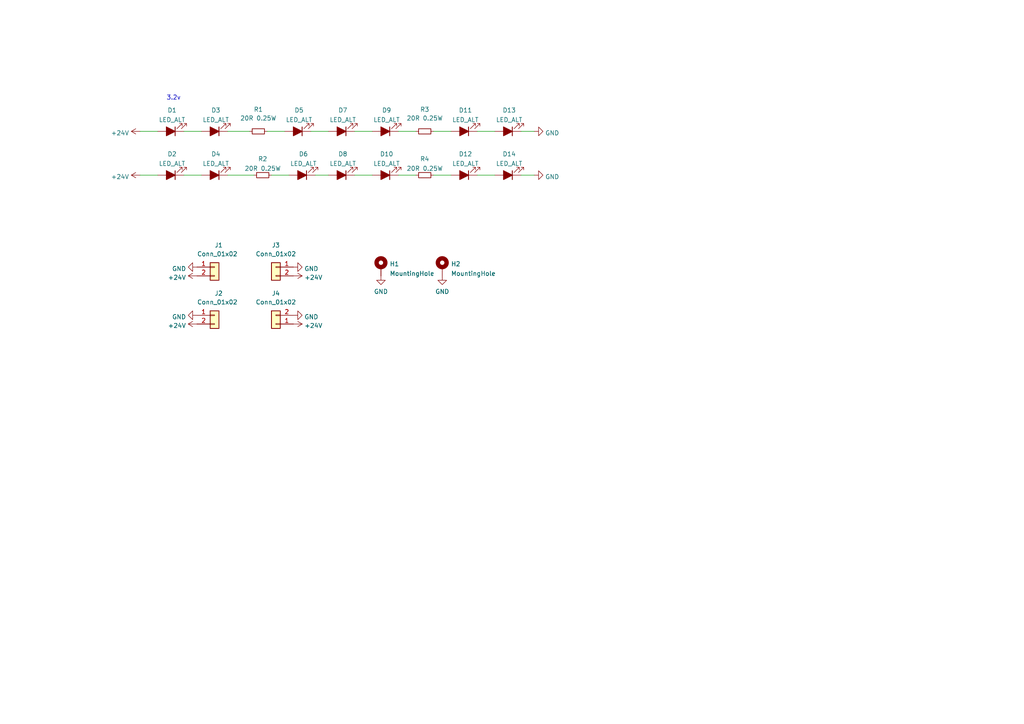
<source format=kicad_sch>
(kicad_sch (version 20211123) (generator eeschema)
  (paper "A4")
  (lib_symbols
    (symbol "Connector_Generic:Conn_01x02" (pin_names (offset 1.016) hide)
      (property "Reference" "J" (at 0 2.54 0))
      (property "Value" "Conn_01x02" (at 0 -5.08 0))
      (symbol "Conn_01x02_1_1"
        (rectangle (start -1.27 -2.413) (end 0 -2.667) (stroke (width 0.1524)))
        (rectangle (start -1.27 0.127) (end 0 -0.127) (stroke (width 0.1524)))
        (rectangle (start -1.27 1.27) (end 1.27 -3.81) (stroke (width 0.254)) (fill (type background)))
        (pin passive line (at -5.08 0 0) (length 3.81) (name "Pin_1") (number "1"))
        (pin passive line (at -5.08 -2.54 0) (length 3.81) (name "Pin_2") (number "2"))
      )
    )
    (symbol "Device:LED_ALT" (pin_numbers hide) (pin_names (offset 1.016) hide)
      (property "Reference" "D" (at 0 2.54 0))
      (property "Value" "LED_ALT" (at 0 -2.54 0))
      (symbol "LED_ALT_0_1"
        (polyline (pts (xy -1.27 -1.27) (xy -1.27 1.27)) (stroke (width 0.254)))
        (polyline (pts (xy -1.27 0) (xy 1.27 0)))
        (polyline (pts (xy 1.27 -1.27) (xy 1.27 1.27) (xy -1.27 0) (xy 1.27 -1.27)) (stroke (width 0.254)) (fill (type outline)))
        (polyline (pts (xy -3.048 -0.762) (xy -4.572 -2.286) (xy -3.81 -2.286) (xy -4.572 -2.286) (xy -4.572 -1.524)))
        (polyline (pts (xy -1.778 -0.762) (xy -3.302 -2.286) (xy -2.54 -2.286) (xy -3.302 -2.286) (xy -3.302 -1.524)))
      )
      (symbol "LED_ALT_1_1"
        (pin passive line (at -3.81 0 0) (length 2.54) (name "K") (number "1"))
        (pin passive line (at 3.81 0 180) (length 2.54) (name "A") (number "2"))
      )
    )
    (symbol "Device:R_Small" (pin_numbers hide) (pin_names (offset 0.254) hide)
      (property "Reference" "R" (at 0.762 0.508 0))
      (property "Value" "R_Small" (at 0.762 -1.016 0))
      (symbol "R_Small_0_1"
        (rectangle (start -0.762 1.778) (end 0.762 -1.778) (stroke (width 0.2032)))
      )
      (symbol "R_Small_1_1"
        (pin passive line (at 0 2.54 270) (length 0.762) (name "~") (number "1"))
        (pin passive line (at 0 -2.54 90) (length 0.762) (name "~") (number "2"))
      )
    )
    (symbol "Mechanical:MountingHole_Pad" (pin_numbers hide) (pin_names (offset 1.016) hide)
      (property "Reference" "H" (at 0 6.35 0))
      (property "Value" "MountingHole_Pad" (at 0 4.445 0))
      (symbol "MountingHole_Pad_0_1"
        (circle (center 0 1.27) (radius 1.27) (stroke (width 1.27)))
      )
      (symbol "MountingHole_Pad_1_1"
        (pin input line (at 0 -2.54 90) (length 2.54) (name "1") (number "1"))
      )
    )
    (symbol "power:+24V" (power) (pin_names (offset 0))
      (property "Value" "+24V" (at 0 3.556 0))
      (symbol "+24V_0_1"
        (polyline (pts (xy -0.762 1.27) (xy 0 2.54)))
        (polyline (pts (xy 0 0) (xy 0 2.54)))
        (polyline (pts (xy 0 2.54) (xy 0.762 1.27)))
      )
      (symbol "+24V_1_1"
        (pin power_in line (at 0 0 90) (length 0) hide (name "+24V") (number "1"))
      )
    )
    (symbol "power:GND" (power) (pin_names (offset 0))
      (property "Value" "GND" (at 0 -3.81 0))
      (symbol "GND_0_1"
        (polyline (pts (xy 0 0) (xy 0 -1.27) (xy 1.27 -1.27) (xy 0 -2.54) (xy -1.27 -1.27) (xy 0 -1.27)))
      )
      (symbol "GND_1_1"
        (pin power_in line (at 0 0 270) (length 0) hide (name "GND") (number "1"))
      )
    )
  )
  (wire (pts (xy 125.73 50.8) (xy 130.81 50.8)))
  (wire (pts (xy 102.87 50.8) (xy 107.95 50.8)))
  (wire (pts (xy 138.43 38.1) (xy 143.51 38.1)))
  (wire (pts (xy 151.13 50.8) (xy 154.94 50.8)))
  (wire (pts (xy 66.04 38.1) (xy 72.39 38.1)))
  (wire (pts (xy 125.73 38.1) (xy 130.81 38.1)))
  (wire (pts (xy 53.34 38.1) (xy 58.42 38.1)))
  (wire (pts (xy 91.44 50.8) (xy 95.25 50.8)))
  (wire (pts (xy 78.74 50.8) (xy 83.82 50.8)))
  (wire (pts (xy 138.43 50.8) (xy 143.51 50.8)))
  (wire (pts (xy 151.13 38.1) (xy 154.94 38.1)))
  (wire (pts (xy 40.64 38.1) (xy 45.72 38.1)))
  (wire (pts (xy 115.57 38.1) (xy 120.65 38.1)))
  (wire (pts (xy 77.47 38.1) (xy 82.55 38.1)))
  (wire (pts (xy 115.57 50.8) (xy 120.65 50.8)))
  (wire (pts (xy 53.34 50.8) (xy 58.42 50.8)))
  (wire (pts (xy 66.04 50.8) (xy 73.66 50.8)))
  (wire (pts (xy 40.64 50.8) (xy 45.72 50.8)))
  (wire (pts (xy 102.87 38.1) (xy 107.95 38.1)))
  (wire (pts (xy 90.17 38.1) (xy 95.25 38.1)))
  (text "3.2v\n" (at 48.26 29.21 0) (effects (font (size 1.27 1.27)) (justify left bottom)))
  (symbol (lib_id "Connector_Generic:Conn_01x02") (at 80.01 77.47 0) (mirror y) (unit 1)
    (property "Reference" "J3" (at 80.01 71.12 0))
    (property "Value" "Conn_01x02" (at 80.01 73.66 0))
    (property "Footprint" "Connector_JST:JST_XH_S2B-XH-A_1x02_P2.50mm_Horizontal" (effects hide))
    (property "LCSC" "C157931" (effects hide))
  )
  (symbol (lib_id "Device:LED_ALT") (at 62.23 50.8 180) (unit 1)
    (property "Reference" "D4" (at 62.6109 44.6745 0))
    (property "Value" "LED_ALT" (at 62.6109 47.4496 0))
    (property "Footprint" "LED_SMD:LED_PLCC_2835" (effects hide))
    (property "LCSC" "C2843876" (effects hide))
  )
  (symbol (lib_id "power:GND") (at 154.94 50.8 90) (unit 1)
    (property "Reference" "#PWR014" (effects hide))
    (property "Value" "GND" (at 158.115 51.279 90) (effects (justify right)))
  )
  (symbol (lib_id "power:GND") (at 85.09 77.47 90) (unit 1)
    (property "Reference" "#PWR07" (effects hide))
    (property "Value" "GND" (at 88.265 77.949 90) (effects (justify right)))
  )
  (symbol (lib_id "Device:LED_ALT") (at 147.32 50.8 180) (unit 1)
    (property "Reference" "D14" (at 147.7009 44.6745 0))
    (property "Value" "LED_ALT" (at 147.7009 47.4496 0))
    (property "Footprint" "LED_SMD:LED_PLCC_2835" (effects hide))
    (property "LCSC" "C2843876" (effects hide))
  )
  (symbol (lib_id "Device:LED_ALT") (at 86.36 38.1 180) (unit 1)
    (property "Reference" "D5" (at 86.7409 31.9745 0))
    (property "Value" "LED_ALT" (at 86.7409 34.7496 0))
    (property "Footprint" "LED_SMD:LED_PLCC_2835" (effects hide))
    (property "LCSC" "C2843876" (effects hide))
  )
  (symbol (lib_id "power:GND") (at 110.49 80.01 0) (unit 1)
    (property "Reference" "#PWR011" (effects hide))
    (property "Value" "GND" (at 110.49 84.5724 0))
  )
  (symbol (lib_id "Device:LED_ALT") (at 87.63 50.8 180) (unit 1)
    (property "Reference" "D6" (at 88.0109 44.6745 0))
    (property "Value" "LED_ALT" (at 88.0109 47.4496 0))
    (property "Footprint" "LED_SMD:LED_PLCC_2835" (effects hide))
    (property "LCSC" "C2843876" (effects hide))
  )
  (symbol (lib_id "Device:LED_ALT") (at 62.23 38.1 180) (unit 1)
    (property "Reference" "D3" (at 62.6109 31.9745 0))
    (property "Value" "LED_ALT" (at 62.6109 34.7496 0))
    (property "Footprint" "LED_SMD:LED_PLCC_2835" (effects hide))
    (property "LCSC" "C2843876" (effects hide))
  )
  (symbol (lib_id "Device:R_Small") (at 76.2 50.8 270) (unit 1)
    (property "Reference" "R2" (at 76.2 46.0969 90))
    (property "Value" "20R 0.25W" (at 76.2 48.872 90))
    (property "Footprint" "Resistor_SMD:R_1206_3216Metric" (effects hide))
    (property "LCSC" "C17955" (effects hide))
  )
  (symbol (lib_id "Device:LED_ALT") (at 111.76 50.8 180) (unit 1)
    (property "Reference" "D10" (at 112.1409 44.6745 0))
    (property "Value" "LED_ALT" (at 112.1409 47.4496 0))
    (property "Footprint" "LED_SMD:LED_PLCC_2835" (effects hide))
    (property "LCSC" "C2843876" (effects hide))
  )
  (symbol (lib_id "power:+24V") (at 40.64 50.8 90) (unit 1)
    (property "Reference" "#PWR02" (effects hide))
    (property "Value" "+24V" (at 37.465 51.279 90) (effects (justify left)))
  )
  (symbol (lib_id "Mechanical:MountingHole_Pad") (at 128.27 77.47 0) (unit 1) (in_bom no)
    (property "Reference" "H2" (at 130.81 76.5615 0) (effects (justify left)))
    (property "Value" "MountingHole" (at 130.81 79.3366 0) (effects (justify left)))
    (property "Footprint" "MountingHole:MountingHole_3.2mm_M3_Pad_Via" (effects hide))
  )
  (symbol (lib_id "power:+24V") (at 57.15 93.98 90) (unit 1)
    (property "Reference" "#PWR06" (effects hide))
    (property "Value" "+24V" (at 53.975 94.459 90) (effects (justify left)))
  )
  (symbol (lib_id "power:GND") (at 85.09 91.44 90) (unit 1)
    (property "Reference" "#PWR09" (effects hide))
    (property "Value" "GND" (at 88.265 91.919 90) (effects (justify right)))
  )
  (symbol (lib_id "power:GND") (at 128.27 80.01 0) (unit 1)
    (property "Reference" "#PWR012" (effects hide))
    (property "Value" "GND" (at 128.27 84.5724 0))
  )
  (symbol (lib_id "Device:LED_ALT") (at 49.53 38.1 180) (unit 1)
    (property "Reference" "D1" (at 49.9109 31.9745 0))
    (property "Value" "LED_ALT" (at 49.9109 34.7496 0))
    (property "Footprint" "LED_SMD:LED_PLCC_2835" (effects hide))
    (property "LCSC" "C2843876" (effects hide))
  )
  (symbol (lib_id "Device:LED_ALT") (at 134.62 38.1 180) (unit 1)
    (property "Reference" "D11" (at 135.0009 31.9745 0))
    (property "Value" "LED_ALT" (at 135.0009 34.7496 0))
    (property "Footprint" "LED_SMD:LED_PLCC_2835" (effects hide))
    (property "LCSC" "C2843876" (effects hide))
  )
  (symbol (lib_id "power:+24V") (at 57.15 80.01 90) (unit 1)
    (property "Reference" "#PWR04" (effects hide))
    (property "Value" "+24V" (at 53.975 80.489 90) (effects (justify left)))
  )
  (symbol (lib_id "power:GND") (at 57.15 77.47 270) (unit 1)
    (property "Reference" "#PWR03" (effects hide))
    (property "Value" "GND" (at 53.975 77.949 90) (effects (justify right)))
  )
  (symbol (lib_id "power:GND") (at 57.15 91.44 270) (unit 1)
    (property "Reference" "#PWR05" (effects hide))
    (property "Value" "GND" (at 53.975 91.919 90) (effects (justify right)))
  )
  (symbol (lib_id "power:+24V") (at 85.09 80.01 270) (unit 1)
    (property "Reference" "#PWR08" (effects hide))
    (property "Value" "+24V" (at 88.2649 80.489 90) (effects (justify left)))
  )
  (symbol (lib_id "Device:LED_ALT") (at 134.62 50.8 180) (unit 1)
    (property "Reference" "D12" (at 135.0009 44.6745 0))
    (property "Value" "LED_ALT" (at 135.0009 47.4496 0))
    (property "Footprint" "LED_SMD:LED_PLCC_2835" (effects hide))
    (property "LCSC" "C2843876" (effects hide))
  )
  (symbol (lib_id "Device:LED_ALT") (at 99.06 38.1 180) (unit 1)
    (property "Reference" "D7" (at 99.4409 31.9745 0))
    (property "Value" "LED_ALT" (at 99.4409 34.7496 0))
    (property "Footprint" "LED_SMD:LED_PLCC_2835" (effects hide))
    (property "LCSC" "C2843876" (effects hide))
  )
  (symbol (lib_id "Device:LED_ALT") (at 111.76 38.1 180) (unit 1)
    (property "Reference" "D9" (at 112.1409 31.9745 0))
    (property "Value" "LED_ALT" (at 112.1409 34.7496 0))
    (property "Footprint" "LED_SMD:LED_PLCC_2835" (effects hide))
    (property "LCSC" "C2843876" (effects hide))
  )
  (symbol (lib_id "power:GND") (at 154.94 38.1 90) (unit 1)
    (property "Reference" "#PWR013" (effects hide))
    (property "Value" "GND" (at 158.115 38.579 90) (effects (justify right)))
  )
  (symbol (lib_id "Device:R_Small") (at 74.93 38.1 270) (unit 1)
    (property "Reference" "R1" (at 74.93 31.75 90))
    (property "Value" "20R 0.25W" (at 74.93 34.29 90))
    (property "Footprint" "Resistor_SMD:R_1206_3216Metric" (effects hide))
    (property "LCSC" "C17955" (effects hide))
  )
  (symbol (lib_id "power:+24V") (at 85.09 93.98 270) (unit 1)
    (property "Reference" "#PWR010" (effects hide))
    (property "Value" "+24V" (at 88.2649 94.459 90) (effects (justify left)))
  )
  (symbol (lib_id "Device:R_Small") (at 123.19 38.1 270) (unit 1)
    (property "Reference" "R3" (at 123.19 31.75 90))
    (property "Value" "20R 0.25W" (at 123.19 34.29 90))
    (property "Footprint" "Resistor_SMD:R_1206_3216Metric" (effects hide))
    (property "LCSC" "C17955" (effects hide))
  )
  (symbol (lib_id "power:+24V") (at 40.64 38.1 90) (unit 1)
    (property "Reference" "#PWR01" (effects hide))
    (property "Value" "+24V" (at 37.465 38.579 90) (effects (justify left)))
  )
  (symbol (lib_id "Connector_Generic:Conn_01x02") (at 62.23 77.47 0) (unit 1)
    (property "Reference" "J1" (at 62.23 71.12 0) (effects (justify left)))
    (property "Value" "Conn_01x02" (at 57.15 73.66 0) (effects (justify left)))
    (property "Footprint" "Connector_JST:JST_XH_S2B-XH-A_1x02_P2.50mm_Horizontal" (effects hide))
    (property "LCSC" "C157931" (effects hide))
  )
  (symbol (lib_id "Mechanical:MountingHole_Pad") (at 110.49 77.47 0) (unit 1) (in_bom no)
    (property "Reference" "H1" (at 113.03 76.5615 0) (effects (justify left)))
    (property "Value" "MountingHole" (at 113.03 79.3366 0) (effects (justify left)))
    (property "Footprint" "MountingHole:MountingHole_3.2mm_M3_Pad_Via" (effects hide))
  )
  (symbol (lib_id "Connector_Generic:Conn_01x02") (at 62.23 91.44 0) (unit 1)
    (property "Reference" "J2" (at 62.23 85.09 0) (effects (justify left)))
    (property "Value" "Conn_01x02" (at 57.15 87.63 0) (effects (justify left)))
    (property "Footprint" "Connector_PinSocket_2.54mm:PinSocket_1x02_P2.54mm_Horizontal" (effects hide))
    (property "LCSC" "C2932679" (effects hide))
  )
  (symbol (lib_id "Device:R_Small") (at 123.19 50.8 270) (unit 1)
    (property "Reference" "R4" (at 123.19 46.0969 90))
    (property "Value" "20R 0.25W" (at 123.19 48.872 90))
    (property "Footprint" "Resistor_SMD:R_1206_3216Metric" (effects hide))
    (property "LCSC" "C17955" (effects hide))
  )
  (symbol (lib_id "Device:LED_ALT") (at 49.53 50.8 180) (unit 1)
    (property "Reference" "D2" (at 49.9109 44.6745 0))
    (property "Value" "LED_ALT" (at 49.9109 47.4496 0))
    (property "Footprint" "LED_SMD:LED_PLCC_2835" (effects hide))
    (property "LCSC" "C2843876" (effects hide))
  )
  (symbol (lib_id "Connector_Generic:Conn_01x02") (at 80.01 93.98 180) (unit 1)
    (property "Reference" "J4" (at 80.01 85.09 0))
    (property "Value" "Conn_01x02" (at 80.01 87.63 0))
    (property "Footprint" "Connector_PinSocket_2.54mm:PinSocket_1x02_P2.54mm_Horizontal" (effects hide))
    (property "LCSC" "C2932679" (effects hide))
  )
  (symbol (lib_id "Device:LED_ALT") (at 147.32 38.1 180) (unit 1)
    (property "Reference" "D13" (at 147.7009 31.9745 0))
    (property "Value" "LED_ALT" (at 147.7009 34.7496 0))
    (property "Footprint" "LED_SMD:LED_PLCC_2835" (effects hide))
    (property "LCSC" "C2843876" (effects hide))
  )
  (symbol (lib_id "Device:LED_ALT") (at 99.06 50.8 180) (unit 1)
    (property "Reference" "D8" (at 99.4409 44.6745 0))
    (property "Value" "LED_ALT" (at 99.4409 47.4496 0))
    (property "Footprint" "LED_SMD:LED_PLCC_2835" (effects hide))
    (property "LCSC" "C2843876" (effects hide))
  )
)
</source>
